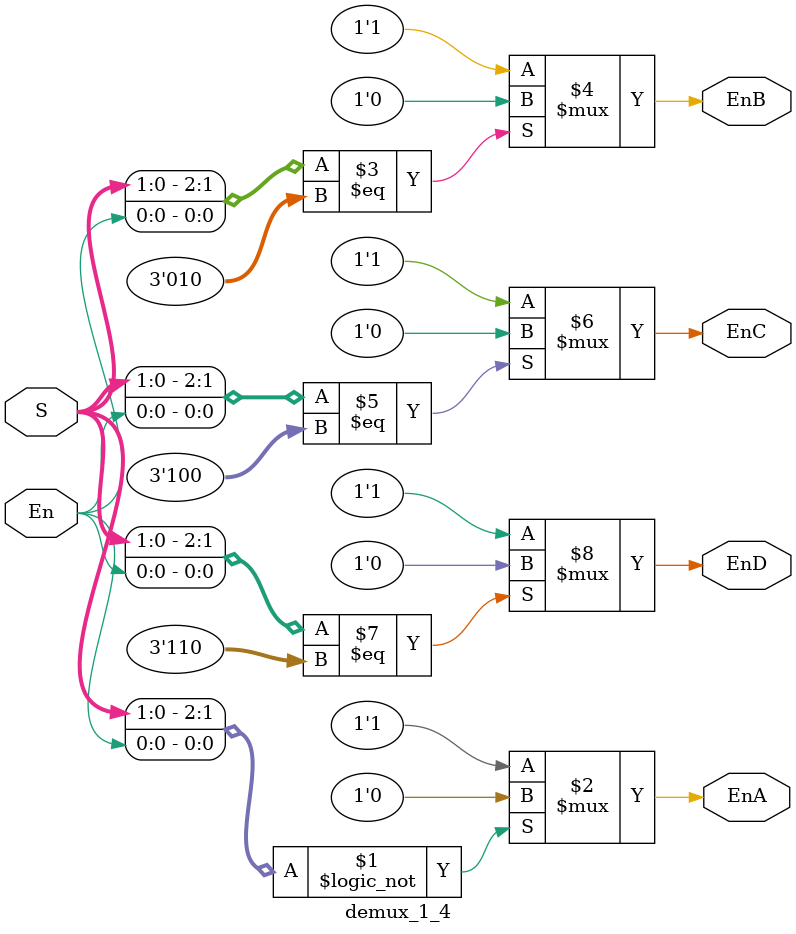
<source format=v>
module demux_1_4(
    input [1:0] S,
    input En,
    output EnA,
    output EnB,
    output EnC,
    output EnD
    );
    assign EnA = {S[1],S[0],En} == 3'b000 ? 1'b0:1'b1;
    assign EnB = {S[1],S[0],En} == 3'b010 ? 1'b0:1'b1;
    assign EnC = {S[1],S[0],En} == 3'b100 ? 1'b0:1'b1;
    assign EnD = {S[1],S[0],En} == 3'b110 ? 1'b0:1'b1;
    
    
endmodule
</source>
